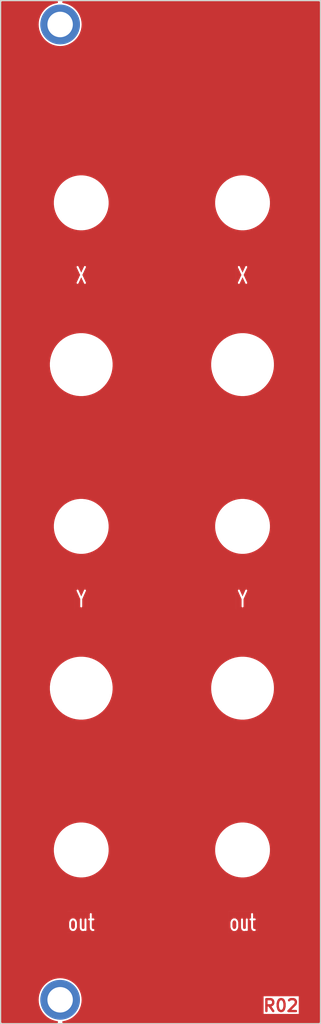
<source format=kicad_pcb>
(kicad_pcb (version 20240108) (generator "pcbnew") (generator_version "8.0")
  (title_block (title "produkt") (date "2021-12-08") (rev "R02") (comment 1 "PCB for panel") (comment 2 "vca and ringmodulator") (comment 4 "License CC BY 4.0 - Attribution 4.0 International"))
  (layers (0 "F.Cu" signal) (31 "B.Cu" signal) (34 "B.Paste" user) (35 "F.Paste" user) (36 "B.SilkS" user "B.Silkscreen") (37 "F.SilkS" user "F.Silkscreen") (38 "B.Mask" user) (39 "F.Mask" user) (44 "Edge.Cuts" user))
  (net 0 "")
  (footprint "elektrophon:MountingHole_Panel_3.2mm_M3" (layer "F.Cu") (at 58.3 53.8)
    (property "Reference" "H1" (hide yes))
    (property "Value" "MountingHole" (hide yes))
    (pad "1" thru_hole circle (at 0 0) (size 3.6 3.6) (drill 3.2) (layers "*.Cu" "*.Mask"))
    (pad "1" connect circle (at 0 0) (size 5 5) (layers "F.Cu" "F.Mask"))
    (pad "1" connect circle (at 0 0) (size 5 5) (layers "B.Cu" "B.Mask"))
  )
  (footprint "elektrophon:MountingHole_Panel_3.2mm_M3" (layer "F.Cu") (at 58.3 176.3)
    (property "Reference" "H2" (hide yes))
    (property "Value" "MountingHole" (hide yes))
    (pad "1" thru_hole circle (at 0 0) (size 3.6 3.6) (drill 3.2) (layers "*.Cu" "*.Mask"))
    (pad "1" connect circle (at 0 0) (size 5 5) (layers "F.Cu" "F.Mask"))
    (pad "1" connect circle (at 0 0) (size 5 5) (layers "B.Cu" "B.Mask"))
  )
  (footprint "elektrophon:panel_jack" (layer "F.Cu") (at 60.96 76.2)
    (property "Reference" "H3" (hide yes))
    (property "Value" "X" (hide yes))
    (pad "" np_thru_hole circle (at 0 0) (size 6.4 6.4) (drill 6.4) (layers "*.Cu" "*.Mask"))
  )
  (footprint "elektrophon:panel_potentiometer" (layer "F.Cu") (at 60.96 96.52)
    (property "Reference" "H4" (hide yes))
    (property "Value" "volY_a" (hide yes))
    (pad "" np_thru_hole circle (at 0 0) (size 7.4 7.4) (drill 7.4) (layers "*.Cu" "*.Mask"))
  )
  (footprint "elektrophon:panel_jack" (layer "F.Cu") (at 60.96 157.48)
    (property "Reference" "H5" (hide yes))
    (property "Value" "out" (hide yes))
    (pad "" np_thru_hole circle (at 0 0) (size 6.4 6.4) (drill 6.4) (layers "*.Cu" "*.Mask"))
  )
  (footprint "elektrophon:panel_jack" (layer "F.Cu") (at 81.28 116.84)
    (property "Reference" "H6" (hide yes))
    (property "Value" "Y" (hide yes))
    (pad "" np_thru_hole circle (at 0 0) (size 6.4 6.4) (drill 6.4) (layers "*.Cu" "*.Mask"))
  )
  (footprint "elektrophon:panel_potentiometer" (layer "F.Cu") (at 60.96 137.16)
    (property "Reference" "H7" (hide yes))
    (property "Value" "volX_b" (hide yes))
    (pad "" np_thru_hole circle (at 0 0) (size 7.4 7.4) (drill 7.4) (layers "*.Cu" "*.Mask"))
  )
  (footprint "elektrophon:panel_jack" (layer "F.Cu") (at 81.28 76.2)
    (property "Reference" "H8" (hide yes))
    (property "Value" "X" (hide yes))
    (pad "" np_thru_hole circle (at 0 0) (size 6.4 6.4) (drill 6.4) (layers "*.Cu" "*.Mask"))
  )
  (footprint "elektrophon:panel_potentiometer" (layer "F.Cu") (at 81.28 96.52)
    (property "Reference" "H9" (hide yes))
    (property "Value" "volX_a" (hide yes))
    (pad "" np_thru_hole circle (at 0 0) (size 7.4 7.4) (drill 7.4) (layers "*.Cu" "*.Mask"))
  )
  (footprint "elektrophon:panel_jack" (layer "F.Cu") (at 60.96 116.84)
    (property "Reference" "H10" (hide yes))
    (property "Value" "Y" (hide yes))
    (pad "" np_thru_hole circle (at 0 0) (size 6.4 6.4) (drill 6.4) (layers "*.Cu" "*.Mask"))
  )
  (footprint "elektrophon:panel_potentiometer" (layer "F.Cu") (at 81.28 137.16)
    (property "Reference" "H11" (hide yes))
    (property "Value" "volY_b" (hide yes))
    (pad "" np_thru_hole circle (at 0 0) (size 7.4 7.4) (drill 7.4) (layers "*.Cu" "*.Mask"))
  )
  (footprint "elektrophon:panel_jack" (layer "F.Cu") (at 81.28 157.48)
    (property "Reference" "H12" (hide yes))
    (property "Value" "out" (hide yes))
    (pad "" np_thru_hole circle (at 0 0) (size 6.4 6.4) (drill 6.4) (layers "*.Cu" "*.Mask"))
  )
  (gr_line (start 50.8 50.8) (end 50.8 179.3) (stroke (width 0.15)) (layer "Edge.Cuts"))
  (gr_line (start 50.8 50.8) (end 91.1 50.8) (stroke (width 0.15)) (layer "Edge.Cuts"))
  (gr_line (start 91.1 50.8) (end 91.1 179.3) (stroke (width 0.15)) (layer "Edge.Cuts"))
  (gr_line (start 91.1 179.3) (end 50.8 179.3) (stroke (width 0.15)) (layer "Edge.Cuts"))
  (gr_text "Y" (at 60.96 125.984 0) (layer "F.Cu" knockout) (effects (font (size 2 1.4) (thickness 0.25))))
  (gr_text "out" (at 60.96 166.624 0) (layer "F.Cu" knockout) (effects (font (size 2 1.4) (thickness 0.25))))
  (gr_text "Y" (at 81.28 125.984 0) (layer "F.Cu" knockout) (effects (font (size 2 1.4) (thickness 0.25))))
  (gr_text "R02" (at 86.106 177.038 0) (layer "F.Cu") (effects (font (size 1.5 1.5) (thickness 0.3))))
  (gr_text "out" (at 81.28 166.624 0) (layer "F.Cu" knockout) (effects (font (size 2 1.4) (thickness 0.25))))
  (gr_text "X" (at 60.96 85.344 0) (layer "F.Cu" knockout) (effects (font (size 2 1.4) (thickness 0.25))))
  (gr_text "X" (at 81.28 85.344 0) (layer "F.Cu" knockout) (effects (font (size 2 1.4) (thickness 0.25))))
  (zone (net 0) (net_name "") (layer "F.Cu") (connect_pads (clearance 0)) (min_thickness 0.25) (fill yes (thermal_gap 0.5) (thermal_bridge_width 0.5) (island_removal_mode 1) (island_area_min 10))
    (polygon (pts (xy 50.8 50.8) (xy 91.186 50.8) (xy 91.186 179.324) (xy 50.8 179.324)))
  )
)
</source>
